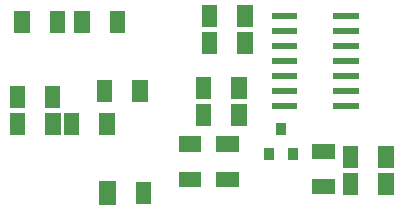
<source format=gbr>
G04 start of page 10 for group -4014 idx -4014 *
G04 Title: Motor regeling, bottompaste *
G04 Creator: pcb 20110918 *
G04 CreationDate: Wed 01 Jan 2014 11:15:16 PM GMT UTC *
G04 For: thba *
G04 Format: Gerber/RS-274X *
G04 PCB-Dimensions: 197000 197000 *
G04 PCB-Coordinate-Origin: lower left *
%MOIN*%
%FSLAX25Y25*%
%LNBOTTOMPASTE*%
%ADD79R,0.0200X0.0200*%
%ADD78R,0.0562X0.0562*%
%ADD77R,0.0340X0.0340*%
%ADD76R,0.0512X0.0512*%
G54D76*X66319Y9500D02*X68681D01*
X66319Y21310D02*X68681D01*
X78819Y9500D02*X81181D01*
X78819Y21310D02*X81181D01*
G54D77*X101800Y18395D02*Y17795D01*
X94000Y18395D02*Y17795D01*
X97900Y26595D02*Y25995D01*
G54D76*X39095Y40181D02*Y37819D01*
X50905Y40181D02*Y37819D01*
X11595Y63181D02*Y60819D01*
X23405Y63181D02*Y60819D01*
X31595Y63181D02*Y60819D01*
X43405Y63181D02*Y60819D01*
X74095Y65181D02*Y62819D01*
X85905Y65181D02*Y62819D01*
X121095Y18181D02*Y15819D01*
X132905Y18181D02*Y15819D01*
X121095Y9181D02*Y6819D01*
X132905Y9181D02*Y6819D01*
X72095Y41181D02*Y38819D01*
X83905Y41181D02*Y38819D01*
Y32181D02*Y29819D01*
X72095Y32181D02*Y29819D01*
X74095Y56181D02*Y53819D01*
X85905Y56181D02*Y53819D01*
X21905Y29181D02*Y26819D01*
X10095Y29181D02*Y26819D01*
X39905Y29181D02*Y26819D01*
X28095Y29181D02*Y26819D01*
G54D78*X40190Y6181D02*Y3819D01*
G54D76*X52000Y6181D02*Y3819D01*
X110819Y7095D02*X113181D01*
X110819Y18905D02*X113181D01*
X10000Y38181D02*Y35819D01*
X21810Y38181D02*Y35819D01*
G54D79*X95750Y34000D02*X102250D01*
X95750Y39000D02*X102250D01*
X95750Y44000D02*X102250D01*
X95750Y49000D02*X102250D01*
X95750Y54000D02*X102250D01*
X95750Y59000D02*X102250D01*
X95750Y64000D02*X102250D01*
X116250D02*X122750D01*
X116250Y59000D02*X122750D01*
X116250Y54000D02*X122750D01*
X116250Y49000D02*X122750D01*
X116250Y44000D02*X122750D01*
X116250Y39000D02*X122750D01*
X116250Y34000D02*X122750D01*
M02*

</source>
